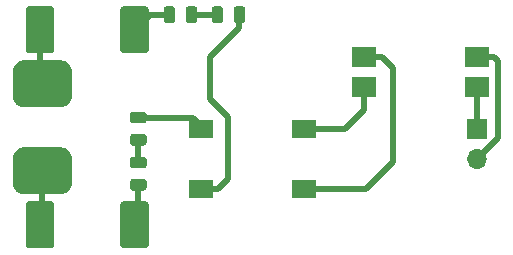
<source format=gbr>
G04 #@! TF.GenerationSoftware,KiCad,Pcbnew,5.1.5-52549c5~84~ubuntu18.04.1*
G04 #@! TF.CreationDate,2020-02-24T19:49:59+02:00*
G04 #@! TF.ProjectId,kello-zcdetector,6b656c6c-6f2d-47a6-9364-65746563746f,rev?*
G04 #@! TF.SameCoordinates,Original*
G04 #@! TF.FileFunction,Copper,L1,Top*
G04 #@! TF.FilePolarity,Positive*
%FSLAX46Y46*%
G04 Gerber Fmt 4.6, Leading zero omitted, Abs format (unit mm)*
G04 Created by KiCad (PCBNEW 5.1.5-52549c5~84~ubuntu18.04.1) date 2020-02-24 19:49:59*
%MOMM*%
%LPD*%
G04 APERTURE LIST*
%ADD10C,0.100000*%
%ADD11R,2.000000X1.780000*%
%ADD12O,1.700000X1.700000*%
%ADD13R,1.700000X1.700000*%
%ADD14R,2.000000X1.500000*%
%ADD15C,0.500000*%
G04 APERTURE END LIST*
G04 #@! TA.AperFunction,ComponentPad*
D10*
G36*
X17981017Y-17181815D02*
G01*
X18078090Y-17196215D01*
X18173285Y-17220060D01*
X18265683Y-17253120D01*
X18354397Y-17295079D01*
X18438570Y-17345530D01*
X18517393Y-17403990D01*
X18590107Y-17469893D01*
X18656010Y-17542607D01*
X18714470Y-17621430D01*
X18764921Y-17705603D01*
X18806880Y-17794317D01*
X18839940Y-17886715D01*
X18863785Y-17981910D01*
X18878185Y-18078983D01*
X18883000Y-18177000D01*
X18883000Y-20177000D01*
X18878185Y-20275017D01*
X18863785Y-20372090D01*
X18839940Y-20467285D01*
X18806880Y-20559683D01*
X18764921Y-20648397D01*
X18714470Y-20732570D01*
X18656010Y-20811393D01*
X18590107Y-20884107D01*
X18517393Y-20950010D01*
X18438570Y-21008470D01*
X18354397Y-21058921D01*
X18265683Y-21100880D01*
X18173285Y-21133940D01*
X18078090Y-21157785D01*
X17981017Y-21172185D01*
X17883000Y-21177000D01*
X14883000Y-21177000D01*
X14784983Y-21172185D01*
X14687910Y-21157785D01*
X14592715Y-21133940D01*
X14500317Y-21100880D01*
X14411603Y-21058921D01*
X14327430Y-21008470D01*
X14248607Y-20950010D01*
X14175893Y-20884107D01*
X14109990Y-20811393D01*
X14051530Y-20732570D01*
X14001079Y-20648397D01*
X13959120Y-20559683D01*
X13926060Y-20467285D01*
X13902215Y-20372090D01*
X13887815Y-20275017D01*
X13883000Y-20177000D01*
X13883000Y-18177000D01*
X13887815Y-18078983D01*
X13902215Y-17981910D01*
X13926060Y-17886715D01*
X13959120Y-17794317D01*
X14001079Y-17705603D01*
X14051530Y-17621430D01*
X14109990Y-17542607D01*
X14175893Y-17469893D01*
X14248607Y-17403990D01*
X14327430Y-17345530D01*
X14411603Y-17295079D01*
X14500317Y-17253120D01*
X14592715Y-17220060D01*
X14687910Y-17196215D01*
X14784983Y-17181815D01*
X14883000Y-17177000D01*
X17883000Y-17177000D01*
X17981017Y-17181815D01*
G37*
G04 #@! TD.AperFunction*
G04 #@! TA.AperFunction,ComponentPad*
G36*
X17981017Y-24547815D02*
G01*
X18078090Y-24562215D01*
X18173285Y-24586060D01*
X18265683Y-24619120D01*
X18354397Y-24661079D01*
X18438570Y-24711530D01*
X18517393Y-24769990D01*
X18590107Y-24835893D01*
X18656010Y-24908607D01*
X18714470Y-24987430D01*
X18764921Y-25071603D01*
X18806880Y-25160317D01*
X18839940Y-25252715D01*
X18863785Y-25347910D01*
X18878185Y-25444983D01*
X18883000Y-25543000D01*
X18883000Y-27543000D01*
X18878185Y-27641017D01*
X18863785Y-27738090D01*
X18839940Y-27833285D01*
X18806880Y-27925683D01*
X18764921Y-28014397D01*
X18714470Y-28098570D01*
X18656010Y-28177393D01*
X18590107Y-28250107D01*
X18517393Y-28316010D01*
X18438570Y-28374470D01*
X18354397Y-28424921D01*
X18265683Y-28466880D01*
X18173285Y-28499940D01*
X18078090Y-28523785D01*
X17981017Y-28538185D01*
X17883000Y-28543000D01*
X14883000Y-28543000D01*
X14784983Y-28538185D01*
X14687910Y-28523785D01*
X14592715Y-28499940D01*
X14500317Y-28466880D01*
X14411603Y-28424921D01*
X14327430Y-28374470D01*
X14248607Y-28316010D01*
X14175893Y-28250107D01*
X14109990Y-28177393D01*
X14051530Y-28098570D01*
X14001079Y-28014397D01*
X13959120Y-27925683D01*
X13926060Y-27833285D01*
X13902215Y-27738090D01*
X13887815Y-27641017D01*
X13883000Y-27543000D01*
X13883000Y-25543000D01*
X13887815Y-25444983D01*
X13902215Y-25347910D01*
X13926060Y-25252715D01*
X13959120Y-25160317D01*
X14001079Y-25071603D01*
X14051530Y-24987430D01*
X14109990Y-24908607D01*
X14175893Y-24835893D01*
X14248607Y-24769990D01*
X14327430Y-24711530D01*
X14411603Y-24661079D01*
X14500317Y-24619120D01*
X14592715Y-24586060D01*
X14687910Y-24562215D01*
X14784983Y-24547815D01*
X14883000Y-24543000D01*
X17883000Y-24543000D01*
X17981017Y-24547815D01*
G37*
G04 #@! TD.AperFunction*
G04 #@! TA.AperFunction,SMDPad,CuDef*
G36*
X31461142Y-12636174D02*
G01*
X31484803Y-12639684D01*
X31508007Y-12645496D01*
X31530529Y-12653554D01*
X31552153Y-12663782D01*
X31572670Y-12676079D01*
X31591883Y-12690329D01*
X31609607Y-12706393D01*
X31625671Y-12724117D01*
X31639921Y-12743330D01*
X31652218Y-12763847D01*
X31662446Y-12785471D01*
X31670504Y-12807993D01*
X31676316Y-12831197D01*
X31679826Y-12854858D01*
X31681000Y-12878750D01*
X31681000Y-13791250D01*
X31679826Y-13815142D01*
X31676316Y-13838803D01*
X31670504Y-13862007D01*
X31662446Y-13884529D01*
X31652218Y-13906153D01*
X31639921Y-13926670D01*
X31625671Y-13945883D01*
X31609607Y-13963607D01*
X31591883Y-13979671D01*
X31572670Y-13993921D01*
X31552153Y-14006218D01*
X31530529Y-14016446D01*
X31508007Y-14024504D01*
X31484803Y-14030316D01*
X31461142Y-14033826D01*
X31437250Y-14035000D01*
X30949750Y-14035000D01*
X30925858Y-14033826D01*
X30902197Y-14030316D01*
X30878993Y-14024504D01*
X30856471Y-14016446D01*
X30834847Y-14006218D01*
X30814330Y-13993921D01*
X30795117Y-13979671D01*
X30777393Y-13963607D01*
X30761329Y-13945883D01*
X30747079Y-13926670D01*
X30734782Y-13906153D01*
X30724554Y-13884529D01*
X30716496Y-13862007D01*
X30710684Y-13838803D01*
X30707174Y-13815142D01*
X30706000Y-13791250D01*
X30706000Y-12878750D01*
X30707174Y-12854858D01*
X30710684Y-12831197D01*
X30716496Y-12807993D01*
X30724554Y-12785471D01*
X30734782Y-12763847D01*
X30747079Y-12743330D01*
X30761329Y-12724117D01*
X30777393Y-12706393D01*
X30795117Y-12690329D01*
X30814330Y-12676079D01*
X30834847Y-12663782D01*
X30856471Y-12653554D01*
X30878993Y-12645496D01*
X30902197Y-12639684D01*
X30925858Y-12636174D01*
X30949750Y-12635000D01*
X31437250Y-12635000D01*
X31461142Y-12636174D01*
G37*
G04 #@! TD.AperFunction*
G04 #@! TA.AperFunction,SMDPad,CuDef*
G36*
X33336142Y-12636174D02*
G01*
X33359803Y-12639684D01*
X33383007Y-12645496D01*
X33405529Y-12653554D01*
X33427153Y-12663782D01*
X33447670Y-12676079D01*
X33466883Y-12690329D01*
X33484607Y-12706393D01*
X33500671Y-12724117D01*
X33514921Y-12743330D01*
X33527218Y-12763847D01*
X33537446Y-12785471D01*
X33545504Y-12807993D01*
X33551316Y-12831197D01*
X33554826Y-12854858D01*
X33556000Y-12878750D01*
X33556000Y-13791250D01*
X33554826Y-13815142D01*
X33551316Y-13838803D01*
X33545504Y-13862007D01*
X33537446Y-13884529D01*
X33527218Y-13906153D01*
X33514921Y-13926670D01*
X33500671Y-13945883D01*
X33484607Y-13963607D01*
X33466883Y-13979671D01*
X33447670Y-13993921D01*
X33427153Y-14006218D01*
X33405529Y-14016446D01*
X33383007Y-14024504D01*
X33359803Y-14030316D01*
X33336142Y-14033826D01*
X33312250Y-14035000D01*
X32824750Y-14035000D01*
X32800858Y-14033826D01*
X32777197Y-14030316D01*
X32753993Y-14024504D01*
X32731471Y-14016446D01*
X32709847Y-14006218D01*
X32689330Y-13993921D01*
X32670117Y-13979671D01*
X32652393Y-13963607D01*
X32636329Y-13945883D01*
X32622079Y-13926670D01*
X32609782Y-13906153D01*
X32599554Y-13884529D01*
X32591496Y-13862007D01*
X32585684Y-13838803D01*
X32582174Y-13815142D01*
X32581000Y-13791250D01*
X32581000Y-12878750D01*
X32582174Y-12854858D01*
X32585684Y-12831197D01*
X32591496Y-12807993D01*
X32599554Y-12785471D01*
X32609782Y-12763847D01*
X32622079Y-12743330D01*
X32636329Y-12724117D01*
X32652393Y-12706393D01*
X32670117Y-12690329D01*
X32689330Y-12676079D01*
X32709847Y-12663782D01*
X32731471Y-12653554D01*
X32753993Y-12645496D01*
X32777197Y-12639684D01*
X32800858Y-12636174D01*
X32824750Y-12635000D01*
X33312250Y-12635000D01*
X33336142Y-12636174D01*
G37*
G04 #@! TD.AperFunction*
G04 #@! TA.AperFunction,SMDPad,CuDef*
G36*
X27397142Y-12636174D02*
G01*
X27420803Y-12639684D01*
X27444007Y-12645496D01*
X27466529Y-12653554D01*
X27488153Y-12663782D01*
X27508670Y-12676079D01*
X27527883Y-12690329D01*
X27545607Y-12706393D01*
X27561671Y-12724117D01*
X27575921Y-12743330D01*
X27588218Y-12763847D01*
X27598446Y-12785471D01*
X27606504Y-12807993D01*
X27612316Y-12831197D01*
X27615826Y-12854858D01*
X27617000Y-12878750D01*
X27617000Y-13791250D01*
X27615826Y-13815142D01*
X27612316Y-13838803D01*
X27606504Y-13862007D01*
X27598446Y-13884529D01*
X27588218Y-13906153D01*
X27575921Y-13926670D01*
X27561671Y-13945883D01*
X27545607Y-13963607D01*
X27527883Y-13979671D01*
X27508670Y-13993921D01*
X27488153Y-14006218D01*
X27466529Y-14016446D01*
X27444007Y-14024504D01*
X27420803Y-14030316D01*
X27397142Y-14033826D01*
X27373250Y-14035000D01*
X26885750Y-14035000D01*
X26861858Y-14033826D01*
X26838197Y-14030316D01*
X26814993Y-14024504D01*
X26792471Y-14016446D01*
X26770847Y-14006218D01*
X26750330Y-13993921D01*
X26731117Y-13979671D01*
X26713393Y-13963607D01*
X26697329Y-13945883D01*
X26683079Y-13926670D01*
X26670782Y-13906153D01*
X26660554Y-13884529D01*
X26652496Y-13862007D01*
X26646684Y-13838803D01*
X26643174Y-13815142D01*
X26642000Y-13791250D01*
X26642000Y-12878750D01*
X26643174Y-12854858D01*
X26646684Y-12831197D01*
X26652496Y-12807993D01*
X26660554Y-12785471D01*
X26670782Y-12763847D01*
X26683079Y-12743330D01*
X26697329Y-12724117D01*
X26713393Y-12706393D01*
X26731117Y-12690329D01*
X26750330Y-12676079D01*
X26770847Y-12663782D01*
X26792471Y-12653554D01*
X26814993Y-12645496D01*
X26838197Y-12639684D01*
X26861858Y-12636174D01*
X26885750Y-12635000D01*
X27373250Y-12635000D01*
X27397142Y-12636174D01*
G37*
G04 #@! TD.AperFunction*
G04 #@! TA.AperFunction,SMDPad,CuDef*
G36*
X29272142Y-12636174D02*
G01*
X29295803Y-12639684D01*
X29319007Y-12645496D01*
X29341529Y-12653554D01*
X29363153Y-12663782D01*
X29383670Y-12676079D01*
X29402883Y-12690329D01*
X29420607Y-12706393D01*
X29436671Y-12724117D01*
X29450921Y-12743330D01*
X29463218Y-12763847D01*
X29473446Y-12785471D01*
X29481504Y-12807993D01*
X29487316Y-12831197D01*
X29490826Y-12854858D01*
X29492000Y-12878750D01*
X29492000Y-13791250D01*
X29490826Y-13815142D01*
X29487316Y-13838803D01*
X29481504Y-13862007D01*
X29473446Y-13884529D01*
X29463218Y-13906153D01*
X29450921Y-13926670D01*
X29436671Y-13945883D01*
X29420607Y-13963607D01*
X29402883Y-13979671D01*
X29383670Y-13993921D01*
X29363153Y-14006218D01*
X29341529Y-14016446D01*
X29319007Y-14024504D01*
X29295803Y-14030316D01*
X29272142Y-14033826D01*
X29248250Y-14035000D01*
X28760750Y-14035000D01*
X28736858Y-14033826D01*
X28713197Y-14030316D01*
X28689993Y-14024504D01*
X28667471Y-14016446D01*
X28645847Y-14006218D01*
X28625330Y-13993921D01*
X28606117Y-13979671D01*
X28588393Y-13963607D01*
X28572329Y-13945883D01*
X28558079Y-13926670D01*
X28545782Y-13906153D01*
X28535554Y-13884529D01*
X28527496Y-13862007D01*
X28521684Y-13838803D01*
X28518174Y-13815142D01*
X28517000Y-13791250D01*
X28517000Y-12878750D01*
X28518174Y-12854858D01*
X28521684Y-12831197D01*
X28527496Y-12807993D01*
X28535554Y-12785471D01*
X28545782Y-12763847D01*
X28558079Y-12743330D01*
X28572329Y-12724117D01*
X28588393Y-12706393D01*
X28606117Y-12690329D01*
X28625330Y-12676079D01*
X28645847Y-12663782D01*
X28667471Y-12653554D01*
X28689993Y-12645496D01*
X28713197Y-12639684D01*
X28736858Y-12636174D01*
X28760750Y-12635000D01*
X29248250Y-12635000D01*
X29272142Y-12636174D01*
G37*
G04 #@! TD.AperFunction*
G04 #@! TA.AperFunction,SMDPad,CuDef*
G36*
X25111581Y-29116502D02*
G01*
X25141868Y-29120995D01*
X25171569Y-29128435D01*
X25200397Y-29138750D01*
X25228076Y-29151841D01*
X25254338Y-29167581D01*
X25278931Y-29185821D01*
X25301617Y-29206383D01*
X25322179Y-29229069D01*
X25340419Y-29253662D01*
X25356159Y-29279924D01*
X25369250Y-29307603D01*
X25379565Y-29336431D01*
X25387005Y-29366132D01*
X25391498Y-29396419D01*
X25393000Y-29427000D01*
X25393000Y-32803000D01*
X25391498Y-32833581D01*
X25387005Y-32863868D01*
X25379565Y-32893569D01*
X25369250Y-32922397D01*
X25356159Y-32950076D01*
X25340419Y-32976338D01*
X25322179Y-33000931D01*
X25301617Y-33023617D01*
X25278931Y-33044179D01*
X25254338Y-33062419D01*
X25228076Y-33078159D01*
X25200397Y-33091250D01*
X25171569Y-33101565D01*
X25141868Y-33109005D01*
X25111581Y-33113498D01*
X25081000Y-33115000D01*
X23305000Y-33115000D01*
X23274419Y-33113498D01*
X23244132Y-33109005D01*
X23214431Y-33101565D01*
X23185603Y-33091250D01*
X23157924Y-33078159D01*
X23131662Y-33062419D01*
X23107069Y-33044179D01*
X23084383Y-33023617D01*
X23063821Y-33000931D01*
X23045581Y-32976338D01*
X23029841Y-32950076D01*
X23016750Y-32922397D01*
X23006435Y-32893569D01*
X22998995Y-32863868D01*
X22994502Y-32833581D01*
X22993000Y-32803000D01*
X22993000Y-29427000D01*
X22994502Y-29396419D01*
X22998995Y-29366132D01*
X23006435Y-29336431D01*
X23016750Y-29307603D01*
X23029841Y-29279924D01*
X23045581Y-29253662D01*
X23063821Y-29229069D01*
X23084383Y-29206383D01*
X23107069Y-29185821D01*
X23131662Y-29167581D01*
X23157924Y-29151841D01*
X23185603Y-29138750D01*
X23214431Y-29128435D01*
X23244132Y-29120995D01*
X23274419Y-29116502D01*
X23305000Y-29115000D01*
X25081000Y-29115000D01*
X25111581Y-29116502D01*
G37*
G04 #@! TD.AperFunction*
G04 #@! TA.AperFunction,SMDPad,CuDef*
G36*
X17111581Y-29116502D02*
G01*
X17141868Y-29120995D01*
X17171569Y-29128435D01*
X17200397Y-29138750D01*
X17228076Y-29151841D01*
X17254338Y-29167581D01*
X17278931Y-29185821D01*
X17301617Y-29206383D01*
X17322179Y-29229069D01*
X17340419Y-29253662D01*
X17356159Y-29279924D01*
X17369250Y-29307603D01*
X17379565Y-29336431D01*
X17387005Y-29366132D01*
X17391498Y-29396419D01*
X17393000Y-29427000D01*
X17393000Y-32803000D01*
X17391498Y-32833581D01*
X17387005Y-32863868D01*
X17379565Y-32893569D01*
X17369250Y-32922397D01*
X17356159Y-32950076D01*
X17340419Y-32976338D01*
X17322179Y-33000931D01*
X17301617Y-33023617D01*
X17278931Y-33044179D01*
X17254338Y-33062419D01*
X17228076Y-33078159D01*
X17200397Y-33091250D01*
X17171569Y-33101565D01*
X17141868Y-33109005D01*
X17111581Y-33113498D01*
X17081000Y-33115000D01*
X15305000Y-33115000D01*
X15274419Y-33113498D01*
X15244132Y-33109005D01*
X15214431Y-33101565D01*
X15185603Y-33091250D01*
X15157924Y-33078159D01*
X15131662Y-33062419D01*
X15107069Y-33044179D01*
X15084383Y-33023617D01*
X15063821Y-33000931D01*
X15045581Y-32976338D01*
X15029841Y-32950076D01*
X15016750Y-32922397D01*
X15006435Y-32893569D01*
X14998995Y-32863868D01*
X14994502Y-32833581D01*
X14993000Y-32803000D01*
X14993000Y-29427000D01*
X14994502Y-29396419D01*
X14998995Y-29366132D01*
X15006435Y-29336431D01*
X15016750Y-29307603D01*
X15029841Y-29279924D01*
X15045581Y-29253662D01*
X15063821Y-29229069D01*
X15084383Y-29206383D01*
X15107069Y-29185821D01*
X15131662Y-29167581D01*
X15157924Y-29151841D01*
X15185603Y-29138750D01*
X15214431Y-29128435D01*
X15244132Y-29120995D01*
X15274419Y-29116502D01*
X15305000Y-29115000D01*
X17081000Y-29115000D01*
X17111581Y-29116502D01*
G37*
G04 #@! TD.AperFunction*
G04 #@! TA.AperFunction,SMDPad,CuDef*
G36*
X17111581Y-12606502D02*
G01*
X17141868Y-12610995D01*
X17171569Y-12618435D01*
X17200397Y-12628750D01*
X17228076Y-12641841D01*
X17254338Y-12657581D01*
X17278931Y-12675821D01*
X17301617Y-12696383D01*
X17322179Y-12719069D01*
X17340419Y-12743662D01*
X17356159Y-12769924D01*
X17369250Y-12797603D01*
X17379565Y-12826431D01*
X17387005Y-12856132D01*
X17391498Y-12886419D01*
X17393000Y-12917000D01*
X17393000Y-16293000D01*
X17391498Y-16323581D01*
X17387005Y-16353868D01*
X17379565Y-16383569D01*
X17369250Y-16412397D01*
X17356159Y-16440076D01*
X17340419Y-16466338D01*
X17322179Y-16490931D01*
X17301617Y-16513617D01*
X17278931Y-16534179D01*
X17254338Y-16552419D01*
X17228076Y-16568159D01*
X17200397Y-16581250D01*
X17171569Y-16591565D01*
X17141868Y-16599005D01*
X17111581Y-16603498D01*
X17081000Y-16605000D01*
X15305000Y-16605000D01*
X15274419Y-16603498D01*
X15244132Y-16599005D01*
X15214431Y-16591565D01*
X15185603Y-16581250D01*
X15157924Y-16568159D01*
X15131662Y-16552419D01*
X15107069Y-16534179D01*
X15084383Y-16513617D01*
X15063821Y-16490931D01*
X15045581Y-16466338D01*
X15029841Y-16440076D01*
X15016750Y-16412397D01*
X15006435Y-16383569D01*
X14998995Y-16353868D01*
X14994502Y-16323581D01*
X14993000Y-16293000D01*
X14993000Y-12917000D01*
X14994502Y-12886419D01*
X14998995Y-12856132D01*
X15006435Y-12826431D01*
X15016750Y-12797603D01*
X15029841Y-12769924D01*
X15045581Y-12743662D01*
X15063821Y-12719069D01*
X15084383Y-12696383D01*
X15107069Y-12675821D01*
X15131662Y-12657581D01*
X15157924Y-12641841D01*
X15185603Y-12628750D01*
X15214431Y-12618435D01*
X15244132Y-12610995D01*
X15274419Y-12606502D01*
X15305000Y-12605000D01*
X17081000Y-12605000D01*
X17111581Y-12606502D01*
G37*
G04 #@! TD.AperFunction*
G04 #@! TA.AperFunction,SMDPad,CuDef*
G36*
X25111581Y-12606502D02*
G01*
X25141868Y-12610995D01*
X25171569Y-12618435D01*
X25200397Y-12628750D01*
X25228076Y-12641841D01*
X25254338Y-12657581D01*
X25278931Y-12675821D01*
X25301617Y-12696383D01*
X25322179Y-12719069D01*
X25340419Y-12743662D01*
X25356159Y-12769924D01*
X25369250Y-12797603D01*
X25379565Y-12826431D01*
X25387005Y-12856132D01*
X25391498Y-12886419D01*
X25393000Y-12917000D01*
X25393000Y-16293000D01*
X25391498Y-16323581D01*
X25387005Y-16353868D01*
X25379565Y-16383569D01*
X25369250Y-16412397D01*
X25356159Y-16440076D01*
X25340419Y-16466338D01*
X25322179Y-16490931D01*
X25301617Y-16513617D01*
X25278931Y-16534179D01*
X25254338Y-16552419D01*
X25228076Y-16568159D01*
X25200397Y-16581250D01*
X25171569Y-16591565D01*
X25141868Y-16599005D01*
X25111581Y-16603498D01*
X25081000Y-16605000D01*
X23305000Y-16605000D01*
X23274419Y-16603498D01*
X23244132Y-16599005D01*
X23214431Y-16591565D01*
X23185603Y-16581250D01*
X23157924Y-16568159D01*
X23131662Y-16552419D01*
X23107069Y-16534179D01*
X23084383Y-16513617D01*
X23063821Y-16490931D01*
X23045581Y-16466338D01*
X23029841Y-16440076D01*
X23016750Y-16412397D01*
X23006435Y-16383569D01*
X22998995Y-16353868D01*
X22994502Y-16323581D01*
X22993000Y-16293000D01*
X22993000Y-12917000D01*
X22994502Y-12886419D01*
X22998995Y-12856132D01*
X23006435Y-12826431D01*
X23016750Y-12797603D01*
X23029841Y-12769924D01*
X23045581Y-12743662D01*
X23063821Y-12719069D01*
X23084383Y-12696383D01*
X23107069Y-12675821D01*
X23131662Y-12657581D01*
X23157924Y-12641841D01*
X23185603Y-12628750D01*
X23214431Y-12618435D01*
X23244132Y-12610995D01*
X23274419Y-12606502D01*
X23305000Y-12605000D01*
X25081000Y-12605000D01*
X25111581Y-12606502D01*
G37*
G04 #@! TD.AperFunction*
G04 #@! TA.AperFunction,SMDPad,CuDef*
G36*
X24991142Y-23438174D02*
G01*
X25014803Y-23441684D01*
X25038007Y-23447496D01*
X25060529Y-23455554D01*
X25082153Y-23465782D01*
X25102670Y-23478079D01*
X25121883Y-23492329D01*
X25139607Y-23508393D01*
X25155671Y-23526117D01*
X25169921Y-23545330D01*
X25182218Y-23565847D01*
X25192446Y-23587471D01*
X25200504Y-23609993D01*
X25206316Y-23633197D01*
X25209826Y-23656858D01*
X25211000Y-23680750D01*
X25211000Y-24168250D01*
X25209826Y-24192142D01*
X25206316Y-24215803D01*
X25200504Y-24239007D01*
X25192446Y-24261529D01*
X25182218Y-24283153D01*
X25169921Y-24303670D01*
X25155671Y-24322883D01*
X25139607Y-24340607D01*
X25121883Y-24356671D01*
X25102670Y-24370921D01*
X25082153Y-24383218D01*
X25060529Y-24393446D01*
X25038007Y-24401504D01*
X25014803Y-24407316D01*
X24991142Y-24410826D01*
X24967250Y-24412000D01*
X24054750Y-24412000D01*
X24030858Y-24410826D01*
X24007197Y-24407316D01*
X23983993Y-24401504D01*
X23961471Y-24393446D01*
X23939847Y-24383218D01*
X23919330Y-24370921D01*
X23900117Y-24356671D01*
X23882393Y-24340607D01*
X23866329Y-24322883D01*
X23852079Y-24303670D01*
X23839782Y-24283153D01*
X23829554Y-24261529D01*
X23821496Y-24239007D01*
X23815684Y-24215803D01*
X23812174Y-24192142D01*
X23811000Y-24168250D01*
X23811000Y-23680750D01*
X23812174Y-23656858D01*
X23815684Y-23633197D01*
X23821496Y-23609993D01*
X23829554Y-23587471D01*
X23839782Y-23565847D01*
X23852079Y-23545330D01*
X23866329Y-23526117D01*
X23882393Y-23508393D01*
X23900117Y-23492329D01*
X23919330Y-23478079D01*
X23939847Y-23465782D01*
X23961471Y-23455554D01*
X23983993Y-23447496D01*
X24007197Y-23441684D01*
X24030858Y-23438174D01*
X24054750Y-23437000D01*
X24967250Y-23437000D01*
X24991142Y-23438174D01*
G37*
G04 #@! TD.AperFunction*
G04 #@! TA.AperFunction,SMDPad,CuDef*
G36*
X24991142Y-21563174D02*
G01*
X25014803Y-21566684D01*
X25038007Y-21572496D01*
X25060529Y-21580554D01*
X25082153Y-21590782D01*
X25102670Y-21603079D01*
X25121883Y-21617329D01*
X25139607Y-21633393D01*
X25155671Y-21651117D01*
X25169921Y-21670330D01*
X25182218Y-21690847D01*
X25192446Y-21712471D01*
X25200504Y-21734993D01*
X25206316Y-21758197D01*
X25209826Y-21781858D01*
X25211000Y-21805750D01*
X25211000Y-22293250D01*
X25209826Y-22317142D01*
X25206316Y-22340803D01*
X25200504Y-22364007D01*
X25192446Y-22386529D01*
X25182218Y-22408153D01*
X25169921Y-22428670D01*
X25155671Y-22447883D01*
X25139607Y-22465607D01*
X25121883Y-22481671D01*
X25102670Y-22495921D01*
X25082153Y-22508218D01*
X25060529Y-22518446D01*
X25038007Y-22526504D01*
X25014803Y-22532316D01*
X24991142Y-22535826D01*
X24967250Y-22537000D01*
X24054750Y-22537000D01*
X24030858Y-22535826D01*
X24007197Y-22532316D01*
X23983993Y-22526504D01*
X23961471Y-22518446D01*
X23939847Y-22508218D01*
X23919330Y-22495921D01*
X23900117Y-22481671D01*
X23882393Y-22465607D01*
X23866329Y-22447883D01*
X23852079Y-22428670D01*
X23839782Y-22408153D01*
X23829554Y-22386529D01*
X23821496Y-22364007D01*
X23815684Y-22340803D01*
X23812174Y-22317142D01*
X23811000Y-22293250D01*
X23811000Y-21805750D01*
X23812174Y-21781858D01*
X23815684Y-21758197D01*
X23821496Y-21734993D01*
X23829554Y-21712471D01*
X23839782Y-21690847D01*
X23852079Y-21670330D01*
X23866329Y-21651117D01*
X23882393Y-21633393D01*
X23900117Y-21617329D01*
X23919330Y-21603079D01*
X23939847Y-21590782D01*
X23961471Y-21580554D01*
X23983993Y-21572496D01*
X24007197Y-21566684D01*
X24030858Y-21563174D01*
X24054750Y-21562000D01*
X24967250Y-21562000D01*
X24991142Y-21563174D01*
G37*
G04 #@! TD.AperFunction*
G04 #@! TA.AperFunction,SMDPad,CuDef*
G36*
X24991142Y-27248174D02*
G01*
X25014803Y-27251684D01*
X25038007Y-27257496D01*
X25060529Y-27265554D01*
X25082153Y-27275782D01*
X25102670Y-27288079D01*
X25121883Y-27302329D01*
X25139607Y-27318393D01*
X25155671Y-27336117D01*
X25169921Y-27355330D01*
X25182218Y-27375847D01*
X25192446Y-27397471D01*
X25200504Y-27419993D01*
X25206316Y-27443197D01*
X25209826Y-27466858D01*
X25211000Y-27490750D01*
X25211000Y-27978250D01*
X25209826Y-28002142D01*
X25206316Y-28025803D01*
X25200504Y-28049007D01*
X25192446Y-28071529D01*
X25182218Y-28093153D01*
X25169921Y-28113670D01*
X25155671Y-28132883D01*
X25139607Y-28150607D01*
X25121883Y-28166671D01*
X25102670Y-28180921D01*
X25082153Y-28193218D01*
X25060529Y-28203446D01*
X25038007Y-28211504D01*
X25014803Y-28217316D01*
X24991142Y-28220826D01*
X24967250Y-28222000D01*
X24054750Y-28222000D01*
X24030858Y-28220826D01*
X24007197Y-28217316D01*
X23983993Y-28211504D01*
X23961471Y-28203446D01*
X23939847Y-28193218D01*
X23919330Y-28180921D01*
X23900117Y-28166671D01*
X23882393Y-28150607D01*
X23866329Y-28132883D01*
X23852079Y-28113670D01*
X23839782Y-28093153D01*
X23829554Y-28071529D01*
X23821496Y-28049007D01*
X23815684Y-28025803D01*
X23812174Y-28002142D01*
X23811000Y-27978250D01*
X23811000Y-27490750D01*
X23812174Y-27466858D01*
X23815684Y-27443197D01*
X23821496Y-27419993D01*
X23829554Y-27397471D01*
X23839782Y-27375847D01*
X23852079Y-27355330D01*
X23866329Y-27336117D01*
X23882393Y-27318393D01*
X23900117Y-27302329D01*
X23919330Y-27288079D01*
X23939847Y-27275782D01*
X23961471Y-27265554D01*
X23983993Y-27257496D01*
X24007197Y-27251684D01*
X24030858Y-27248174D01*
X24054750Y-27247000D01*
X24967250Y-27247000D01*
X24991142Y-27248174D01*
G37*
G04 #@! TD.AperFunction*
G04 #@! TA.AperFunction,SMDPad,CuDef*
G36*
X24991142Y-25373174D02*
G01*
X25014803Y-25376684D01*
X25038007Y-25382496D01*
X25060529Y-25390554D01*
X25082153Y-25400782D01*
X25102670Y-25413079D01*
X25121883Y-25427329D01*
X25139607Y-25443393D01*
X25155671Y-25461117D01*
X25169921Y-25480330D01*
X25182218Y-25500847D01*
X25192446Y-25522471D01*
X25200504Y-25544993D01*
X25206316Y-25568197D01*
X25209826Y-25591858D01*
X25211000Y-25615750D01*
X25211000Y-26103250D01*
X25209826Y-26127142D01*
X25206316Y-26150803D01*
X25200504Y-26174007D01*
X25192446Y-26196529D01*
X25182218Y-26218153D01*
X25169921Y-26238670D01*
X25155671Y-26257883D01*
X25139607Y-26275607D01*
X25121883Y-26291671D01*
X25102670Y-26305921D01*
X25082153Y-26318218D01*
X25060529Y-26328446D01*
X25038007Y-26336504D01*
X25014803Y-26342316D01*
X24991142Y-26345826D01*
X24967250Y-26347000D01*
X24054750Y-26347000D01*
X24030858Y-26345826D01*
X24007197Y-26342316D01*
X23983993Y-26336504D01*
X23961471Y-26328446D01*
X23939847Y-26318218D01*
X23919330Y-26305921D01*
X23900117Y-26291671D01*
X23882393Y-26275607D01*
X23866329Y-26257883D01*
X23852079Y-26238670D01*
X23839782Y-26218153D01*
X23829554Y-26196529D01*
X23821496Y-26174007D01*
X23815684Y-26150803D01*
X23812174Y-26127142D01*
X23811000Y-26103250D01*
X23811000Y-25615750D01*
X23812174Y-25591858D01*
X23815684Y-25568197D01*
X23821496Y-25544993D01*
X23829554Y-25522471D01*
X23839782Y-25500847D01*
X23852079Y-25480330D01*
X23866329Y-25461117D01*
X23882393Y-25443393D01*
X23900117Y-25427329D01*
X23919330Y-25413079D01*
X23939847Y-25400782D01*
X23961471Y-25390554D01*
X23983993Y-25382496D01*
X24007197Y-25376684D01*
X24030858Y-25373174D01*
X24054750Y-25372000D01*
X24967250Y-25372000D01*
X24991142Y-25373174D01*
G37*
G04 #@! TD.AperFunction*
D11*
X53152000Y-16891000D03*
X43622000Y-19431000D03*
X53152000Y-19431000D03*
X43622000Y-16891000D03*
D12*
X53213000Y-25527000D03*
D13*
X53213000Y-22987000D03*
D14*
X29793000Y-28077000D03*
X29793000Y-22977000D03*
X38533000Y-22977000D03*
X38533000Y-28077000D03*
D15*
X33068500Y-14429500D02*
X33068500Y-13335000D01*
X31293000Y-28077000D02*
X32131000Y-27239000D01*
X29793000Y-28077000D02*
X31293000Y-28077000D01*
X32131000Y-27239000D02*
X32131000Y-21971000D01*
X32131000Y-21971000D02*
X30607000Y-20447000D01*
X30607000Y-20447000D02*
X30607000Y-16891000D01*
X30607000Y-16891000D02*
X33068500Y-14429500D01*
X29793000Y-22977000D02*
X29793000Y-22681000D01*
X29161500Y-22049500D02*
X24257000Y-22049500D01*
X29793000Y-22681000D02*
X29161500Y-22049500D01*
X38533000Y-22977000D02*
X42047000Y-22977000D01*
X43622000Y-21402000D02*
X43622000Y-19431000D01*
X42047000Y-22977000D02*
X43622000Y-21402000D01*
X45122000Y-16891000D02*
X46101000Y-17870000D01*
X43622000Y-16891000D02*
X45122000Y-16891000D01*
X46101000Y-17870000D02*
X46101000Y-25781000D01*
X43805000Y-28077000D02*
X38533000Y-28077000D01*
X46101000Y-25781000D02*
X43805000Y-28077000D01*
X54652000Y-16891000D02*
X54991000Y-17230000D01*
X53152000Y-16891000D02*
X54652000Y-16891000D01*
X54991000Y-23749000D02*
X53213000Y-25527000D01*
X54991000Y-17230000D02*
X54991000Y-23749000D01*
X53152000Y-22926000D02*
X53213000Y-22987000D01*
X53152000Y-19431000D02*
X53152000Y-22926000D01*
X24511000Y-25859500D02*
X24511000Y-23924500D01*
X29004500Y-13335000D02*
X31193500Y-13335000D01*
X16193000Y-18987000D02*
X16383000Y-19177000D01*
X16193000Y-14605000D02*
X16193000Y-18987000D01*
X25463000Y-13335000D02*
X24193000Y-14605000D01*
X25463000Y-13335000D02*
X27129500Y-13335000D01*
X24003000Y-30925000D02*
X24193000Y-31115000D01*
X24511000Y-30797000D02*
X24193000Y-31115000D01*
X24511000Y-27734500D02*
X24511000Y-30797000D01*
X16193000Y-25717000D02*
X16383000Y-25527000D01*
X16193000Y-26225000D02*
X16891000Y-25527000D01*
X16383000Y-30925000D02*
X16193000Y-31115000D01*
X16383000Y-26543000D02*
X16383000Y-30925000D01*
M02*

</source>
